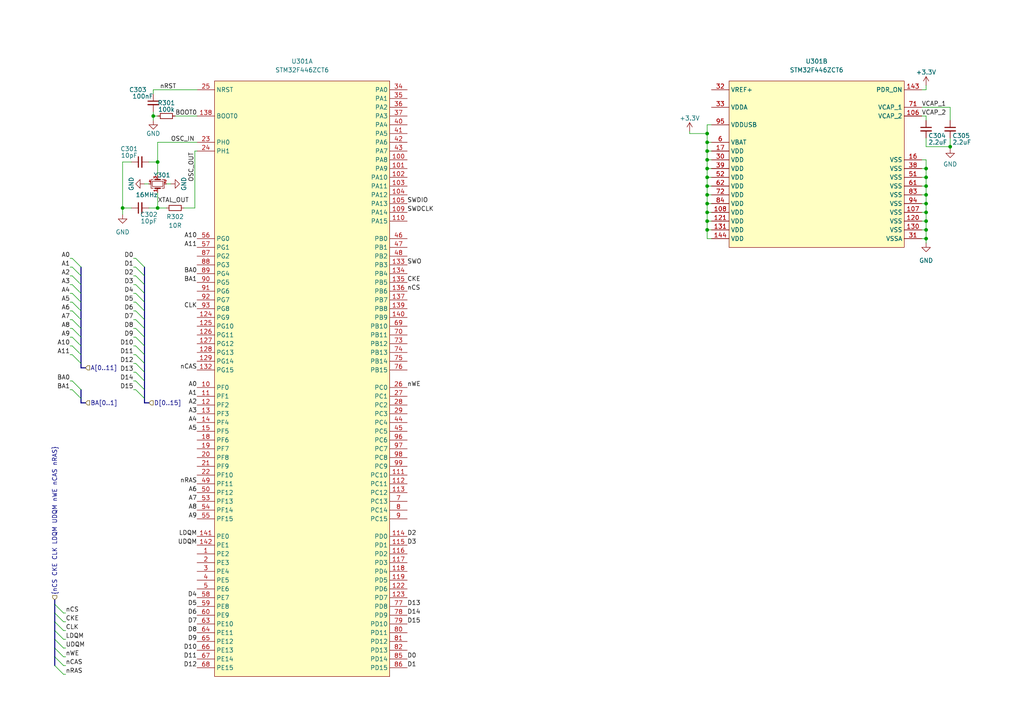
<source format=kicad_sch>
(kicad_sch (version 20211123) (generator eeschema)
  (paper "A4")
  (lib_symbols
    (symbol "Device:C_Small" (pin_numbers hide) (pin_names (offset 0.254) hide)
      (property "Reference" "C" (at 0.254 1.778 0))
      (property "Value" "C_Small" (at 0.254 -2.032 0))
      (symbol "C_Small_0_1"
        (polyline (pts (xy -1.524 -0.508) (xy 1.524 -0.508)) (stroke (width 0.3302)))
        (polyline (pts (xy -1.524 0.508) (xy 1.524 0.508)) (stroke (width 0.3048)))
      )
      (symbol "C_Small_1_1"
        (pin passive line (at 0 2.54 270) (length 2.032) (name "~") (number "1"))
        (pin passive line (at 0 -2.54 90) (length 2.032) (name "~") (number "2"))
      )
    )
    (symbol "Device:Crystal_GND24_Small" (pin_names (offset 1.016) hide)
      (property "Reference" "Y" (at 1.27 4.445 0))
      (property "Value" "Crystal_GND24_Small" (at 1.27 2.54 0))
      (symbol "Crystal_GND24_Small_0_1"
        (rectangle (start -0.762 -1.524) (end 0.762 1.524))
        (polyline (pts (xy -1.27 -0.762) (xy -1.27 0.762)) (stroke (width 0.381)))
        (polyline (pts (xy 1.27 -0.762) (xy 1.27 0.762)) (stroke (width 0.381)))
        (polyline (pts (xy -1.27 -1.27) (xy -1.27 -1.905) (xy 1.27 -1.905) (xy 1.27 -1.27)))
        (polyline (pts (xy -1.27 1.27) (xy -1.27 1.905) (xy 1.27 1.905) (xy 1.27 1.27)))
      )
      (symbol "Crystal_GND24_Small_1_1"
        (pin passive line (at -2.54 0 0) (length 1.27) (name "1") (number "1"))
        (pin passive line (at 0 -2.54 90) (length 0.635) (name "2") (number "2"))
        (pin passive line (at 2.54 0 180) (length 1.27) (name "3") (number "3"))
        (pin passive line (at 0 2.54 270) (length 0.635) (name "4") (number "4"))
      )
    )
    (symbol "Device:R_Small" (pin_numbers hide) (pin_names (offset 0.254) hide)
      (property "Reference" "R" (at 0.762 0.508 0))
      (property "Value" "R_Small" (at 0.762 -1.016 0))
      (symbol "R_Small_0_1"
        (rectangle (start -0.762 1.778) (end 0.762 -1.778) (stroke (width 0.2032)))
      )
      (symbol "R_Small_1_1"
        (pin passive line (at 0 2.54 270) (length 0.762) (name "~") (number "1"))
        (pin passive line (at 0 -2.54 90) (length 0.762) (name "~") (number "2"))
      )
    )
    (symbol "STM32F446ZCT6:STM32F446ZCTx"
      (property "Reference" "U?" (at 0 92.075 0))
      (property "Value" "STM32F446ZCT6" (at 0 89.535 0))
      (symbol "STM32F446ZCTx_1_1"
        (rectangle (start 25.4 86.36) (end -25.4 -86.36) (fill (type background)))
        (pin bidirectional line (at -30.48 -50.8 0) (length 5.08) (name "PE2") (number "1"))
        (pin bidirectional line (at -30.48 -2.54 0) (length 5.08) (name "PF0") (number "10"))
        (pin bidirectional line (at 30.48 63.5 180) (length 5.08) (name "PA8") (number "100"))
        (pin bidirectional line (at 30.48 60.96 180) (length 5.08) (name "PA9") (number "101"))
        (pin bidirectional line (at 30.48 58.42 180) (length 5.08) (name "PA10") (number "102"))
        (pin bidirectional line (at 30.48 55.88 180) (length 5.08) (name "PA11") (number "103"))
        (pin bidirectional line (at 30.48 53.34 180) (length 5.08) (name "PA12") (number "104"))
        (pin bidirectional line (at 30.48 50.8 180) (length 5.08) (name "PA13") (number "105"))
        (pin bidirectional line (at 30.48 48.26 180) (length 5.08) (name "PA14") (number "109"))
        (pin bidirectional line (at -30.48 -5.08 0) (length 5.08) (name "PF1") (number "11"))
        (pin bidirectional line (at 30.48 45.72 180) (length 5.08) (name "PA15") (number "110"))
        (pin bidirectional line (at 30.48 -27.94 180) (length 5.08) (name "PC10") (number "111"))
        (pin bidirectional line (at 30.48 -30.48 180) (length 5.08) (name "PC11") (number "112"))
        (pin bidirectional line (at 30.48 -33.02 180) (length 5.08) (name "PC12") (number "113"))
        (pin bidirectional line (at 30.48 -45.72 180) (length 5.08) (name "PD0") (number "114"))
        (pin bidirectional line (at 30.48 -48.26 180) (length 5.08) (name "PD1") (number "115"))
        (pin bidirectional line (at 30.48 -50.8 180) (length 5.08) (name "PD2") (number "116"))
        (pin bidirectional line (at 30.48 -53.34 180) (length 5.08) (name "PD3") (number "117"))
        (pin bidirectional line (at 30.48 -55.88 180) (length 5.08) (name "PD4") (number "118"))
        (pin bidirectional line (at 30.48 -58.42 180) (length 5.08) (name "PD5") (number "119"))
        (pin bidirectional line (at -30.48 -7.62 0) (length 5.08) (name "PF2") (number "12"))
        (pin bidirectional line (at 30.48 -60.96 180) (length 5.08) (name "PD6") (number "122"))
        (pin bidirectional line (at 30.48 -63.5 180) (length 5.08) (name "PD7") (number "123"))
        (pin bidirectional line (at -30.48 17.78 0) (length 5.08) (name "PG9") (number "124"))
        (pin bidirectional line (at -30.48 15.24 0) (length 5.08) (name "PG10") (number "125"))
        (pin bidirectional line (at -30.48 12.7 0) (length 5.08) (name "PG11") (number "126"))
        (pin bidirectional line (at -30.48 10.16 0) (length 5.08) (name "PG12") (number "127"))
        (pin bidirectional line (at -30.48 7.62 0) (length 5.08) (name "PG13") (number "128"))
        (pin bidirectional line (at -30.48 5.08 0) (length 5.08) (name "PG14") (number "129"))
        (pin bidirectional line (at -30.48 -10.16 0) (length 5.08) (name "PF3") (number "13"))
        (pin bidirectional line (at -30.48 2.54 0) (length 5.08) (name "PG15") (number "132"))
        (pin bidirectional line (at 30.48 33.02 180) (length 5.08) (name "PB3") (number "133"))
        (pin bidirectional line (at 30.48 30.48 180) (length 5.08) (name "PB4") (number "134"))
        (pin bidirectional line (at 30.48 27.94 180) (length 5.08) (name "PB5") (number "135"))
        (pin bidirectional line (at 30.48 25.4 180) (length 5.08) (name "PB6") (number "136"))
        (pin bidirectional line (at 30.48 22.86 180) (length 5.08) (name "PB7") (number "137"))
        (pin input line (at -30.48 76.2 0) (length 5.08) (name "BOOT0") (number "138"))
        (pin bidirectional line (at 30.48 20.32 180) (length 5.08) (name "PB8") (number "139"))
        (pin bidirectional line (at -30.48 -12.7 0) (length 5.08) (name "PF4") (number "14"))
        (pin bidirectional line (at 30.48 17.78 180) (length 5.08) (name "PB9") (number "140"))
        (pin bidirectional line (at -30.48 -45.72 0) (length 5.08) (name "PE0") (number "141"))
        (pin bidirectional line (at -30.48 -48.26 0) (length 5.08) (name "PE1") (number "142"))
        (pin bidirectional line (at -30.48 -15.24 0) (length 5.08) (name "PF5") (number "15"))
        (pin bidirectional line (at -30.48 -17.78 0) (length 5.08) (name "PF6") (number "18"))
        (pin bidirectional line (at -30.48 -20.32 0) (length 5.08) (name "PF7") (number "19"))
        (pin bidirectional line (at -30.48 -53.34 0) (length 5.08) (name "PE3") (number "2"))
        (pin bidirectional line (at -30.48 -22.86 0) (length 5.08) (name "PF8") (number "20"))
        (pin bidirectional line (at -30.48 -25.4 0) (length 5.08) (name "PF9") (number "21"))
        (pin bidirectional line (at -30.48 -27.94 0) (length 5.08) (name "PF10") (number "22"))
        (pin input line (at -30.48 68.58 0) (length 5.08) (name "PH0") (number "23"))
        (pin input line (at -30.48 66.04 0) (length 5.08) (name "PH1") (number "24"))
        (pin input line (at -30.48 83.82 0) (length 5.08) (name "NRST") (number "25"))
        (pin bidirectional line (at 30.48 -2.54 180) (length 5.08) (name "PC0") (number "26"))
        (pin bidirectional line (at 30.48 -5.08 180) (length 5.08) (name "PC1") (number "27"))
        (pin bidirectional line (at 30.48 -7.62 180) (length 5.08) (name "PC2") (number "28"))
        (pin bidirectional line (at 30.48 -10.16 180) (length 5.08) (name "PC3") (number "29"))
        (pin bidirectional line (at -30.48 -55.88 0) (length 5.08) (name "PE4") (number "3"))
        (pin bidirectional line (at 30.48 83.82 180) (length 5.08) (name "PA0") (number "34"))
        (pin bidirectional line (at 30.48 81.28 180) (length 5.08) (name "PA1") (number "35"))
        (pin bidirectional line (at 30.48 78.74 180) (length 5.08) (name "PA2") (number "36"))
        (pin bidirectional line (at 30.48 76.2 180) (length 5.08) (name "PA3") (number "37"))
        (pin bidirectional line (at -30.48 -58.42 0) (length 5.08) (name "PE5") (number "4"))
        (pin bidirectional line (at 30.48 73.66 180) (length 5.08) (name "PA4") (number "40"))
        (pin bidirectional line (at 30.48 71.12 180) (length 5.08) (name "PA5") (number "41"))
        (pin bidirectional line (at 30.48 68.58 180) (length 5.08) (name "PA6") (number "42"))
        (pin bidirectional line (at 30.48 66.04 180) (length 5.08) (name "PA7") (number "43"))
        (pin bidirectional line (at 30.48 -12.7 180) (length 5.08) (name "PC4") (number "44"))
        (pin bidirectional line (at 30.48 -15.24 180) (length 5.08) (name "PC5") (number "45"))
        (pin bidirectional line (at 30.48 40.64 180) (length 5.08) (name "PB0") (number "46"))
        (pin bidirectional line (at 30.48 38.1 180) (length 5.08) (name "PB1") (number "47"))
        (pin bidirectional line (at 30.48 35.56 180) (length 5.08) (name "PB2") (number "48"))
        (pin bidirectional line (at -30.48 -30.48 0) (length 5.08) (name "PF11") (number "49"))
        (pin bidirectional line (at -30.48 -60.96 0) (length 5.08) (name "PE6") (number "5"))
        (pin bidirectional line (at -30.48 -33.02 0) (length 5.08) (name "PF12") (number "50"))
        (pin bidirectional line (at -30.48 -35.56 0) (length 5.08) (name "PF13") (number "53"))
        (pin bidirectional line (at -30.48 -38.1 0) (length 5.08) (name "PF14") (number "54"))
        (pin bidirectional line (at -30.48 -40.64 0) (length 5.08) (name "PF15") (number "55"))
        (pin bidirectional line (at -30.48 40.64 0) (length 5.08) (name "PG0") (number "56"))
        (pin bidirectional line (at -30.48 38.1 0) (length 5.08) (name "PG1") (number "57"))
        (pin bidirectional line (at -30.48 -63.5 0) (length 5.08) (name "PE7") (number "58"))
        (pin bidirectional line (at -30.48 -66.04 0) (length 5.08) (name "PE8") (number "59"))
        (pin bidirectional line (at -30.48 -68.58 0) (length 5.08) (name "PE9") (number "60"))
        (pin bidirectional line (at -30.48 -71.12 0) (length 5.08) (name "PE10") (number "63"))
        (pin bidirectional line (at -30.48 -73.66 0) (length 5.08) (name "PE11") (number "64"))
        (pin bidirectional line (at -30.48 -76.2 0) (length 5.08) (name "PE12") (number "65"))
        (pin bidirectional line (at -30.48 -78.74 0) (length 5.08) (name "PE13") (number "66"))
        (pin bidirectional line (at -30.48 -81.28 0) (length 5.08) (name "PE14") (number "67"))
        (pin bidirectional line (at -30.48 -83.82 0) (length 5.08) (name "PE15") (number "68"))
        (pin bidirectional line (at 30.48 15.24 180) (length 5.08) (name "PB10") (number "69"))
        (pin bidirectional line (at 30.48 -35.56 180) (length 5.08) (name "PC13") (number "7"))
        (pin bidirectional line (at 30.48 12.7 180) (length 5.08) (name "PB11") (number "70"))
        (pin bidirectional line (at 30.48 10.16 180) (length 5.08) (name "PB12") (number "73"))
        (pin bidirectional line (at 30.48 7.62 180) (length 5.08) (name "PB13") (number "74"))
        (pin bidirectional line (at 30.48 5.08 180) (length 5.08) (name "PB14") (number "75"))
        (pin bidirectional line (at 30.48 2.54 180) (length 5.08) (name "PB15") (number "76"))
        (pin bidirectional line (at 30.48 -66.04 180) (length 5.08) (name "PD8") (number "77"))
        (pin bidirectional line (at 30.48 -68.58 180) (length 5.08) (name "PD9") (number "78"))
        (pin bidirectional line (at 30.48 -71.12 180) (length 5.08) (name "PD10") (number "79"))
        (pin bidirectional line (at 30.48 -38.1 180) (length 5.08) (name "PC14") (number "8"))
        (pin bidirectional line (at 30.48 -73.66 180) (length 5.08) (name "PD11") (number "80"))
        (pin bidirectional line (at 30.48 -76.2 180) (length 5.08) (name "PD12") (number "81"))
        (pin bidirectional line (at 30.48 -78.74 180) (length 5.08) (name "PD13") (number "82"))
        (pin bidirectional line (at 30.48 -81.28 180) (length 5.08) (name "PD14") (number "85"))
        (pin bidirectional line (at 30.48 -83.82 180) (length 5.08) (name "PD15") (number "86"))
        (pin bidirectional line (at -30.48 35.56 0) (length 5.08) (name "PG2") (number "87"))
        (pin bidirectional line (at -30.48 33.02 0) (length 5.08) (name "PG3") (number "88"))
        (pin bidirectional line (at -30.48 30.48 0) (length 5.08) (name "PG4") (number "89"))
        (pin bidirectional line (at 30.48 -40.64 180) (length 5.08) (name "PC15") (number "9"))
        (pin bidirectional line (at -30.48 27.94 0) (length 5.08) (name "PG5") (number "90"))
        (pin bidirectional line (at -30.48 25.4 0) (length 5.08) (name "PG6") (number "91"))
        (pin bidirectional line (at -30.48 22.86 0) (length 5.08) (name "PG7") (number "92"))
        (pin bidirectional line (at -30.48 20.32 0) (length 5.08) (name "PG8") (number "93"))
        (pin bidirectional line (at 30.48 -17.78 180) (length 5.08) (name "PC6") (number "96"))
        (pin bidirectional line (at 30.48 -20.32 180) (length 5.08) (name "PC7") (number "97"))
        (pin bidirectional line (at 30.48 -22.86 180) (length 5.08) (name "PC8") (number "98"))
        (pin bidirectional line (at 30.48 -25.4 180) (length 5.08) (name "PC9") (number "99"))
      )
      (symbol "STM32F446ZCTx_2_1"
        (rectangle (start -25.4 26.67) (end 25.4 -21.59) (fill (type background)))
        (pin power_in line (at 30.48 17.78 180) (length 5.08) (name "VCAP_2") (number "106"))
        (pin power_in line (at 30.48 -11.43 180) (length 5.08) (name "VSS") (number "107"))
        (pin power_in line (at -30.48 -11.43 0) (length 5.08) (name "VDD") (number "108"))
        (pin power_in line (at 30.48 -13.97 180) (length 5.08) (name "VSS") (number "120"))
        (pin power_in line (at -30.48 -13.97 0) (length 5.08) (name "VDD") (number "121"))
        (pin power_in line (at 30.48 -16.51 180) (length 5.08) (name "VSS") (number "130"))
        (pin power_in line (at -30.48 -16.51 0) (length 5.08) (name "VDD") (number "131"))
        (pin input line (at 30.48 25.4 180) (length 5.08) (name "PDR_ON") (number "143"))
        (pin power_in line (at -30.48 -19.05 0) (length 5.08) (name "VDD") (number "144"))
        (pin power_in line (at 30.48 3.81 180) (length 5.08) (name "VSS") (number "16"))
        (pin power_in line (at -30.48 6.35 0) (length 5.08) (name "VDD") (number "17"))
        (pin power_in line (at -30.48 3.81 0) (length 5.08) (name "VDD") (number "30"))
        (pin power_in line (at 30.48 -19.05 180) (length 5.08) (name "VSSA") (number "31"))
        (pin power_in line (at -30.48 24.13 0) (length 5.08) (name "VREF+") (number "32"))
        (pin power_in line (at -30.48 19.05 0) (length 5.08) (name "VDDA") (number "33"))
        (pin power_in line (at 30.48 1.27 180) (length 5.08) (name "VSS") (number "38"))
        (pin power_in line (at -30.48 1.27 0) (length 5.08) (name "VDD") (number "39"))
        (pin power_in line (at 30.48 -1.27 180) (length 5.08) (name "VSS") (number "51"))
        (pin power_in line (at -30.48 -1.27 0) (length 5.08) (name "VDD") (number "52"))
        (pin power_in line (at -30.48 8.89 0) (length 5.08) (name "VBAT") (number "6"))
        (pin power_in line (at 30.48 -3.81 180) (length 5.08) (name "VSS") (number "61"))
        (pin power_in line (at -30.48 -3.81 0) (length 5.08) (name "VDD") (number "62"))
        (pin power_in line (at 30.48 20.32 180) (length 5.08) (name "VCAP_1") (number "71"))
        (pin power_in line (at -30.48 -6.35 0) (length 5.08) (name "VDD") (number "72"))
        (pin power_in line (at 30.48 -6.35 180) (length 5.08) (name "VSS") (number "83"))
        (pin power_in line (at -30.48 -8.89 0) (length 5.08) (name "VDD") (number "84"))
        (pin power_in line (at 30.48 -8.89 180) (length 5.08) (name "VSS") (number "94"))
        (pin power_in line (at -30.48 13.97 0) (length 5.08) (name "VDDUSB") (number "95"))
      )
    )
    (symbol "STM32F446ZCTx_1"
      (property "Reference" "U?" (at 0 32.385 0))
      (property "Value" "STM32F446ZCTx_1" (at 0 29.845 0))
      (symbol "STM32F446ZCTx_1_1_1"
        (rectangle (start 25.4 86.36) (end -25.4 -86.36) (fill (type background)))
        (pin bidirectional line (at -30.48 -50.8 0) (length 5.08) (name "PE2") (number "1"))
        (pin bidirectional line (at -30.48 -2.54 0) (length 5.08) (name "PF0") (number "10"))
        (pin bidirectional line (at 30.48 63.5 180) (length 5.08) (name "PA8") (number "100"))
        (pin bidirectional line (at 30.48 60.96 180) (length 5.08) (name "PA9") (number "101"))
        (pin bidirectional line (at 30.48 58.42 180) (length 5.08) (name "PA10") (number "102"))
        (pin bidirectional line (at 30.48 55.88 180) (length 5.08) (name "PA11") (number "103"))
        (pin bidirectional line (at 30.48 53.34 180) (length 5.08) (name "PA12") (number "104"))
        (pin bidirectional line (at 30.48 50.8 180) (length 5.08) (name "PA13") (number "105"))
        (pin bidirectional line (at 30.48 48.26 180) (length 5.08) (name "PA14") (number "109"))
        (pin bidirectional line (at -30.48 -5.08 0) (length 5.08) (name "PF1") (number "11"))
        (pin bidirectional line (at 30.48 45.72 180) (length 5.08) (name "PA15") (number "110"))
        (pin bidirectional line (at 30.48 -27.94 180) (length 5.08) (name "PC10") (number "111"))
        (pin bidirectional line (at 30.48 -30.48 180) (length 5.08) (name "PC11") (number "112"))
        (pin bidirectional line (at 30.48 -33.02 180) (length 5.08) (name "PC12") (number "113"))
        (pin bidirectional line (at 30.48 -45.72 180) (length 5.08) (name "PD0") (number "114"))
        (pin bidirectional line (at 30.48 -48.26 180) (length 5.08) (name "PD1") (number "115"))
        (pin bidirectional line (at 30.48 -50.8 180) (length 5.08) (name "PD2") (number "116"))
        (pin bidirectional line (at 30.48 -53.34 180) (length 5.08) (name "PD3") (number "117"))
        (pin bidirectional line (at 30.48 -55.88 180) (length 5.08) (name "PD4") (number "118"))
        (pin bidirectional line (at 30.48 -58.42 180) (length 5.08) (name "PD5") (number "119"))
        (pin bidirectional line (at -30.48 -7.62 0) (length 5.08) (name "PF2") (number "12"))
        (pin bidirectional line (at 30.48 -60.96 180) (length 5.08) (name "PD6") (number "122"))
        (pin bidirectional line (at 30.48 -63.5 180) (length 5.08) (name "PD7") (number "123"))
        (pin bidirectional line (at -30.48 17.78 0) (length 5.08) (name "PG9") (number "124"))
        (pin bidirectional line (at -30.48 15.24 0) (length 5.08) (name "PG10") (number "125"))
        (pin bidirectional line (at -30.48 12.7 0) (length 5.08) (name "PG11") (number "126"))
        (pin bidirectional line (at -30.48 10.16 0) (length 5.08) (name "PG12") (number "127"))
        (pin bidirectional line (at -30.48 7.62 0) (length 5.08) (name "PG13") (number "128"))
        (pin bidirectional line (at -30.48 5.08 0) (length 5.08) (name "PG14") (number "129"))
        (pin bidirectional line (at -30.48 -10.16 0) (length 5.08) (name "PF3") (number "13"))
        (pin bidirectional line (at -30.48 2.54 0) (length 5.08) (name "PG15") (number "132"))
        (pin bidirectional line (at 30.48 33.02 180) (length 5.08) (name "PB3") (number "133"))
        (pin bidirectional line (at 30.48 30.48 180) (length 5.08) (name "PB4") (number "134"))
        (pin bidirectional line (at 30.48 27.94 180) (length 5.08) (name "PB5") (number "135"))
        (pin bidirectional line (at 30.48 25.4 180) (length 5.08) (name "PB6") (number "136"))
        (pin bidirectional line (at 30.48 22.86 180) (length 5.08) (name "PB7") (number "137"))
        (pin input line (at -30.48 76.2 0) (length 5.08) (name "BOOT0") (number "138"))
        (pin bidirectional line (at 30.48 20.32 180) (length 5.08) (name "PB8") (number "139"))
        (pin bidirectional line (at -30.48 -12.7 0) (length 5.08) (name "PF4") (number "14"))
        (pin bidirectional line (at 30.48 17.78 180) (length 5.08) (name "PB9") (number "140"))
        (pin bidirectional line (at -30.48 -45.72 0) (length 5.08) (name "PE0") (number "141"))
        (pin bidirectional line (at -30.48 -48.26 0) (length 5.08) (name "PE1") (number "142"))
        (pin bidirectional line (at -30.48 -15.24 0) (length 5.08) (name "PF5") (number "15"))
        (pin bidirectional line (at -30.48 -17.78 0) (length 5.08) (name "PF6") (number "18"))
        (pin bidirectional line (at -30.48 -20.32 0) (length 5.08) (name "PF7") (number "19"))
        (pin bidirectional line (at -30.48 -53.34 0) (length 5.08) (name "PE3") (number "2"))
        (pin bidirectional line (at -30.48 -22.86 0) (length 5.08) (name "PF8") (number "20"))
        (pin bidirectional line (at -30.48 -25.4 0) (length 5.08) (name "PF9") (number "21"))
        (pin bidirectional line (at -30.48 -27.94 0) (length 5.08) (name "PF10") (number "22"))
        (pin input line (at -30.48 48.26 0) (length 5.08) (name "PH0") (number "23"))
        (pin input line (at -30.48 45.72 0) (length 5.08) (name "PH1") (number "24"))
        (pin input line (at -30.48 83.82 0) (length 5.08) (name "NRST") (number "25"))
        (pin bidirectional line (at 30.48 -2.54 180) (length 5.08) (name "PC0") (number "26"))
        (pin bidirectional line (at 30.48 -5.08 180) (length 5.08) (name "PC1") (number "27"))
        (pin bidirectional line (at 30.48 -7.62 180) (length 5.08) (name "PC2") (number "28"))
        (pin bidirectional line (at 30.48 -10.16 180) (length 5.08) (name "PC3") (number "29"))
        (pin bidirectional line (at -30.48 -55.88 0) (length 5.08) (name "PE4") (number "3"))
        (pin bidirectional line (at 30.48 83.82 180) (length 5.08) (name "PA0") (number "34"))
        (pin bidirectional line (at 30.48 81.28 180) (length 5.08) (name "PA1") (number "35"))
        (pin bidirectional line (at 30.48 78.74 180) (length 5.08) (name "PA2") (number "36"))
        (pin bidirectional line (at 30.48 76.2 180) (length 5.08) (name "PA3") (number "37"))
        (pin bidirectional line (at -30.48 -58.42 0) (length 5.08) (name "PE5") (number "4"))
        (pin bidirectional line (at 30.48 73.66 180) (length 5.08) (name "PA4") (number "40"))
        (pin bidirectional line (at 30.48 71.12 180) (length 5.08) (name "PA5") (number "41"))
        (pin bidirectional line (at 30.48 68.58 180) (length 5.08) (name "PA6") (number "42"))
        (pin bidirectional line (at 30.48 66.04 180) (length 5.08) (name "PA7") (number "43"))
        (pin bidirectional line (at 30.48 -12.7 180) (length 5.08) (name "PC4") (number "44"))
        (pin bidirectional line (at 30.48 -15.24 180) (length 5.08) (name "PC5") (number "45"))
        (pin bidirectional line (at 30.48 40.64 180) (length 5.08) (name "PB0") (number "46"))
        (pin bidirectional line (at 30.48 38.1 180) (length 5.08) (name "PB1") (number "47"))
        (pin bidirectional line (at 30.48 35.56 180) (length 5.08) (name "PB2") (number "48"))
        (pin bidirectional line (at -30.48 -30.48 0) (length 5.08) (name "PF11") (number "49"))
        (pin bidirectional line (at -30.48 -60.96 0) (length 5.08) (name "PE6") (number "5"))
        (pin bidirectional line (at -30.48 -33.02 0) (length 5.08) (name "PF12") (number "50"))
        (pin bidirectional line (at -30.48 -35.56 0) (length 5.08) (name "PF13") (number "53"))
        (pin bidirectional line (at -30.48 -38.1 0) (length 5.08) (name "PF14") (number "54"))
        (pin bidirectional line (at -30.48 -40.64 0) (length 5.08) (name "PF15") (number "55"))
        (pin bidirectional line (at -30.48 40.64 0) (length 5.08) (name "PG0") (number "56"))
        (pin bidirectional line (at -30.48 38.1 0) (length 5.08) (name "PG1") (number "57"))
        (pin bidirectional line (at -30.48 -63.5 0) (length 5.08) (name "PE7") (number "58"))
        (pin bidirectional line (at -30.48 -66.04 0) (length 5.08) (name "PE8") (number "59"))
        (pin bidirectional line (at -30.48 -68.58 0) (length 5.08) (name "PE9") (number "60"))
        (pin bidirectional line (at -30.48 -71.12 0) (length 5.08) (name "PE10") (number "63"))
        (pin bidirectional line (at -30.48 -73.66 0) (length 5.08) (name "PE11") (number "64"))
        (pin bidirectional line (at -30.48 -76.2 0) (length 5.08) (name "PE12") (number "65"))
        (pin bidirectional line (at -30.48 -78.74 0) (length 5.08) (name "PE13") (number "66"))
        (pin bidirectional line (at -30.48 -81.28 0) (length 5.08) (name "PE14") (number "67"))
        (pin bidirectional line (at -30.48 -83.82 0) (length 5.08) (name "PE15") (number "68"))
        (pin bidirectional line (at 30.48 15.24 180) (length 5.08) (name "PB10") (number "69"))
        (pin bidirectional line (at 30.48 -35.56 180) (length 5.08) (name "PC13") (number "7"))
        (pin bidirectional line (at 30.48 12.7 180) (length 5.08) (name "PB11") (number "70"))
        (pin bidirectional line (at 30.48 10.16 180) (length 5.08) (name "PB12") (number "73"))
        (pin bidirectional line (at 30.48 7.62 180) (length 5.08) (name "PB13") (number "74"))
        (pin bidirectional line (at 30.48 5.08 180) (length 5.08) (name "PB14") (number "75"))
        (pin bidirectional line (at 30.48 2.54 180) (length 5.08) (name "PB15") (number "76"))
        (pin bidirectional line (at 30.48 -66.04 180) (length 5.08) (name "PD8") (number "77"))
        (pin bidirectional line (at 30.48 -68.58 180) (length 5.08) (name "PD9") (number "78"))
        (pin bidirectional line (at 30.48 -71.12 180) (length 5.08) (name "PD10") (number "79"))
        (pin bidirectional line (at 30.48 -38.1 180) (length 5.08) (name "PC14") (number "8"))
        (pin bidirectional line (at 30.48 -73.66 180) (length 5.08) (name "PD11") (number "80"))
        (pin bidirectional line (at 30.48 -76.2 180) (length 5.08) (name "PD12") (number "81"))
        (pin bidirectional line (at 30.48 -78.74 180) (length 5.08) (name "PD13") (number "82"))
        (pin bidirectional line (at 30.48 -81.28 180) (length 5.08) (name "PD14") (number "85"))
        (pin bidirectional line (at 30.48 -83.82 180) (length 5.08) (name "PD15") (number "86"))
        (pin bidirectional line (at -30.48 35.56 0) (length 5.08) (name "PG2") (number "87"))
        (pin bidirectional line (at -30.48 33.02 0) (length 5.08) (name "PG3") (number "88"))
        (pin bidirectional line (at -30.48 30.48 0) (length 5.08) (name "PG4") (number "89"))
        (pin bidirectional line (at 30.48 -40.64 180) (length 5.08) (name "PC15") (number "9"))
        (pin bidirectional line (at -30.48 27.94 0) (length 5.08) (name "PG5") (number "90"))
        (pin bidirectional line (at -30.48 25.4 0) (length 5.08) (name "PG6") (number "91"))
        (pin bidirectional line (at -30.48 22.86 0) (length 5.08) (name "PG7") (number "92"))
        (pin bidirectional line (at -30.48 20.32 0) (length 5.08) (name "PG8") (number "93"))
        (pin bidirectional line (at 30.48 -17.78 180) (length 5.08) (name "PC6") (number "96"))
        (pin bidirectional line (at 30.48 -20.32 180) (length 5.08) (name "PC7") (number "97"))
        (pin bidirectional line (at 30.48 -22.86 180) (length 5.08) (name "PC8") (number "98"))
        (pin bidirectional line (at 30.48 -25.4 180) (length 5.08) (name "PC9") (number "99"))
      )
      (symbol "STM32F446ZCTx_1_2_1"
        (rectangle (start -25.4 26.67) (end 25.4 -21.59) (fill (type background)))
        (pin power_in line (at 30.48 16.51 180) (length 5.08) (name "VCAP_2") (number "106"))
        (pin power_in line (at 30.48 -11.43 180) (length 5.08) (name "VSS") (number "107"))
        (pin power_in line (at -30.48 -11.43 0) (length 5.08) (name "VDD") (number "108"))
        (pin power_in line (at 30.48 -13.97 180) (length 5.08) (name "VSS") (number "120"))
        (pin power_in line (at -30.48 -13.97 0) (length 5.08) (name "VDD") (number "121"))
        (pin power_in line (at 30.48 -16.51 180) (length 5.08) (name "VSS") (number "130"))
        (pin power_in line (at -30.48 -16.51 0) (length 5.08) (name "VDD") (number "131"))
        (pin input line (at 30.48 24.13 180) (length 5.08) (name "PDR_ON") (number "143"))
        (pin power_in line (at -30.48 -19.05 0) (length 5.08) (name "VDD") (number "144"))
        (pin power_in line (at 30.48 3.81 180) (length 5.08) (name "VSS") (number "16"))
        (pin power_in line (at -30.48 6.35 0) (length 5.08) (name "VDD") (number "17"))
        (pin power_in line (at -30.48 3.81 0) (length 5.08) (name "VDD") (number "30"))
        (pin power_in line (at 30.48 -19.05 180) (length 5.08) (name "VSSA") (number "31"))
        (pin power_in line (at -30.48 24.13 0) (length 5.08) (name "VREF+") (number "32"))
        (pin power_in line (at -30.48 19.05 0) (length 5.08) (name "VDDA") (number "33"))
        (pin power_in line (at 30.48 1.27 180) (length 5.08) (name "VSS") (number "38"))
        (pin power_in line (at -30.48 1.27 0) (length 5.08) (name "VDD") (number "39"))
        (pin power_in line (at 30.48 -1.27 180) (length 5.08) (name "VSS") (number "51"))
        (pin power_in line (at -30.48 -1.27 0) (length 5.08) (name "VDD") (number "52"))
        (pin power_in line (at -30.48 8.89 0) (length 5.08) (name "VBAT") (number "6"))
        (pin power_in line (at 30.48 -3.81 180) (length 5.08) (name "VSS") (number "61"))
        (pin power_in line (at -30.48 -3.81 0) (length 5.08) (name "VDD") (number "62"))
        (pin power_in line (at 30.48 19.05 180) (length 5.08) (name "VCAP_1") (number "71"))
        (pin power_in line (at -30.48 -6.35 0) (length 5.08) (name "VDD") (number "72"))
        (pin power_in line (at 30.48 -6.35 180) (length 5.08) (name "VSS") (number "83"))
        (pin power_in line (at -30.48 -8.89 0) (length 5.08) (name "VDD") (number "84"))
        (pin power_in line (at 30.48 -8.89 180) (length 5.08) (name "VSS") (number "94"))
        (pin power_in line (at -30.48 13.97 0) (length 5.08) (name "VDDUSB") (number "95"))
      )
    )
    (symbol "power:+3.3V" (power) (pin_names (offset 0))
      (property "Value" "+3.3V" (at 0 3.556 0))
      (symbol "+3.3V_0_1"
        (polyline (pts (xy -0.762 1.27) (xy 0 2.54)))
        (polyline (pts (xy 0 0) (xy 0 2.54)))
        (polyline (pts (xy 0 2.54) (xy 0.762 1.27)))
      )
      (symbol "+3.3V_1_1"
        (pin power_in line (at 0 0 90) (length 0) hide (name "+3.3V") (number "1"))
      )
    )
    (symbol "power:GND" (power) (pin_names (offset 0))
      (property "Value" "GND" (at 0 -3.81 0))
      (symbol "GND_0_1"
        (polyline (pts (xy 0 0) (xy 0 -1.27) (xy 1.27 -1.27) (xy 0 -2.54) (xy -1.27 -1.27) (xy 0 -1.27)))
      )
      (symbol "GND_1_1"
        (pin power_in line (at 0 0 270) (length 0) hide (name "GND") (number "1"))
      )
    )
  )
  (junction (at 205.105 66.675))
  (junction (at 268.605 61.595))
  (junction (at 205.105 46.355))
  (junction (at 275.59 42.545))
  (junction (at 268.605 69.215))
  (junction (at 44.45 33.655))
  (junction (at 205.105 48.895))
  (junction (at 45.72 60.325))
  (junction (at 268.605 56.515))
  (junction (at 205.105 53.975))
  (junction (at 268.605 66.675))
  (junction (at 205.105 41.275))
  (junction (at 205.105 51.435))
  (junction (at 268.605 59.055))
  (junction (at 205.105 61.595))
  (junction (at 268.605 53.975))
  (junction (at 268.605 48.895))
  (junction (at 35.56 60.325))
  (junction (at 205.105 43.815))
  (junction (at 205.105 38.735))
  (junction (at 268.605 64.135))
  (junction (at 205.105 56.515))
  (junction (at 205.105 64.135))
  (junction (at 45.72 46.99))
  (junction (at 268.605 51.435))
  (junction (at 205.105 59.055))
  (bus_entry (at 15.875 187.96) (size 2.54 2.54))
  (bus_entry (at 15.875 185.42) (size 2.54 2.54))
  (bus_entry (at 20.955 74.93) (size 2.54 2.54))
  (bus_entry (at 20.955 82.55) (size 2.54 2.54))
  (bus_entry (at 20.955 85.09) (size 2.54 2.54))
  (bus_entry (at 20.955 87.63) (size 2.54 2.54))
  (bus_entry (at 20.955 77.47) (size 2.54 2.54))
  (bus_entry (at 20.955 80.01) (size 2.54 2.54))
  (bus_entry (at 20.955 113.03) (size 2.54 2.54))
  (bus_entry (at 20.955 110.49) (size 2.54 2.54))
  (bus_entry (at 15.875 193.04) (size 2.54 2.54))
  (bus_entry (at 15.875 182.88) (size 2.54 2.54))
  (bus_entry (at 20.955 90.17) (size 2.54 2.54))
  (bus_entry (at 20.955 92.71) (size 2.54 2.54))
  (bus_entry (at 20.955 97.79) (size 2.54 2.54))
  (bus_entry (at 20.955 95.25) (size 2.54 2.54))
  (bus_entry (at 20.955 102.87) (size 2.54 2.54))
  (bus_entry (at 20.955 100.33) (size 2.54 2.54))
  (bus_entry (at 15.875 190.5) (size 2.54 2.54))
  (bus_entry (at 15.875 180.34) (size 2.54 2.54))
  (bus_entry (at 15.875 175.26) (size 2.54 2.54))
  (bus_entry (at 15.875 177.8) (size 2.54 2.54))
  (bus_entry (at 39.37 90.17) (size 2.54 2.54))
  (bus_entry (at 39.37 87.63) (size 2.54 2.54))
  (bus_entry (at 39.37 77.47) (size 2.54 2.54))
  (bus_entry (at 39.37 80.01) (size 2.54 2.54))
  (bus_entry (at 39.37 74.93) (size 2.54 2.54))
  (bus_entry (at 39.37 85.09) (size 2.54 2.54))
  (bus_entry (at 39.37 82.55) (size 2.54 2.54))
  (bus_entry (at 39.37 100.33) (size 2.54 2.54))
  (bus_entry (at 39.37 97.79) (size 2.54 2.54))
  (bus_entry (at 39.37 95.25) (size 2.54 2.54))
  (bus_entry (at 39.37 92.71) (size 2.54 2.54))
  (bus_entry (at 39.37 107.95) (size 2.54 2.54))
  (bus_entry (at 39.37 102.87) (size 2.54 2.54))
  (bus_entry (at 39.37 105.41) (size 2.54 2.54))
  (bus_entry (at 39.37 110.49) (size 2.54 2.54))
  (bus_entry (at 39.37 113.03) (size 2.54 2.54))
  (wire (pts (xy 267.335 59.055) (xy 268.605 59.055)))
  (wire (pts (xy 268.605 69.215) (xy 268.605 66.675)))
  (bus (pts (xy 41.91 110.49) (xy 41.91 113.03)))
  (wire (pts (xy 267.335 48.895) (xy 268.605 48.895)))
  (wire (pts (xy 20.32 92.71) (xy 20.955 92.71)))
  (wire (pts (xy 268.605 61.595) (xy 268.605 59.055)))
  (wire (pts (xy 35.56 60.325) (xy 35.56 62.23)))
  (wire (pts (xy 205.105 59.055) (xy 205.105 56.515)))
  (bus (pts (xy 23.495 116.84) (xy 24.765 116.84)))
  (wire (pts (xy 205.105 46.355) (xy 205.105 43.815)))
  (wire (pts (xy 56.515 43.815) (xy 56.515 60.325)))
  (bus (pts (xy 23.495 77.47) (xy 23.495 80.01)))
  (wire (pts (xy 267.335 66.675) (xy 268.605 66.675)))
  (wire (pts (xy 20.32 102.87) (xy 20.955 102.87)))
  (wire (pts (xy 35.56 60.325) (xy 38.1 60.325)))
  (wire (pts (xy 38.735 107.95) (xy 39.37 107.95)))
  (bus (pts (xy 23.495 113.03) (xy 23.495 115.57)))
  (wire (pts (xy 43.18 60.325) (xy 45.72 60.325)))
  (wire (pts (xy 205.105 41.275) (xy 205.105 43.815)))
  (wire (pts (xy 18.415 185.42) (xy 19.05 185.42)))
  (bus (pts (xy 15.875 175.26) (xy 15.875 173.99)))
  (wire (pts (xy 18.415 180.34) (xy 19.05 180.34)))
  (wire (pts (xy 18.415 195.58) (xy 19.05 195.58)))
  (wire (pts (xy 20.32 100.33) (xy 20.955 100.33)))
  (bus (pts (xy 23.495 80.01) (xy 23.495 82.55)))
  (bus (pts (xy 15.875 185.42) (xy 15.875 182.88)))
  (wire (pts (xy 38.735 74.93) (xy 39.37 74.93)))
  (wire (pts (xy 45.72 41.275) (xy 45.72 46.99)))
  (bus (pts (xy 41.91 80.01) (xy 41.91 82.55)))
  (wire (pts (xy 205.105 51.435) (xy 205.105 48.895)))
  (wire (pts (xy 268.605 53.975) (xy 268.605 51.435)))
  (wire (pts (xy 56.515 60.325) (xy 53.34 60.325)))
  (wire (pts (xy 44.45 27.305) (xy 44.45 26.035)))
  (wire (pts (xy 205.105 43.815) (xy 206.375 43.815)))
  (wire (pts (xy 38.735 95.25) (xy 39.37 95.25)))
  (wire (pts (xy 200.025 38.735) (xy 200.025 38.1)))
  (wire (pts (xy 20.32 80.01) (xy 20.955 80.01)))
  (wire (pts (xy 20.32 74.93) (xy 20.955 74.93)))
  (wire (pts (xy 205.105 38.735) (xy 205.105 41.275)))
  (wire (pts (xy 275.59 42.545) (xy 275.59 40.005)))
  (wire (pts (xy 267.335 51.435) (xy 268.605 51.435)))
  (bus (pts (xy 41.91 85.09) (xy 41.91 87.63)))
  (wire (pts (xy 205.105 66.675) (xy 205.105 64.135)))
  (bus (pts (xy 23.495 105.41) (xy 23.495 106.68)))
  (bus (pts (xy 41.91 107.95) (xy 41.91 110.49)))
  (wire (pts (xy 267.335 61.595) (xy 268.605 61.595)))
  (wire (pts (xy 268.605 26.035) (xy 267.335 26.035)))
  (bus (pts (xy 41.91 95.25) (xy 41.91 97.79)))
  (bus (pts (xy 23.495 87.63) (xy 23.495 90.17)))
  (wire (pts (xy 38.735 82.55) (xy 39.37 82.55)))
  (bus (pts (xy 23.495 115.57) (xy 23.495 116.84)))
  (wire (pts (xy 20.32 85.09) (xy 20.955 85.09)))
  (wire (pts (xy 20.32 90.17) (xy 20.955 90.17)))
  (wire (pts (xy 38.735 87.63) (xy 39.37 87.63)))
  (wire (pts (xy 18.415 177.8) (xy 19.05 177.8)))
  (bus (pts (xy 41.91 82.55) (xy 41.91 85.09)))
  (bus (pts (xy 41.91 87.63) (xy 41.91 90.17)))
  (bus (pts (xy 23.495 102.87) (xy 23.495 105.41)))
  (wire (pts (xy 205.105 61.595) (xy 205.105 59.055)))
  (bus (pts (xy 41.91 97.79) (xy 41.91 100.33)))
  (wire (pts (xy 38.735 80.01) (xy 39.37 80.01)))
  (bus (pts (xy 23.495 95.25) (xy 23.495 97.79)))
  (bus (pts (xy 41.91 102.87) (xy 41.91 105.41)))
  (wire (pts (xy 38.735 105.41) (xy 39.37 105.41)))
  (wire (pts (xy 20.32 95.25) (xy 20.955 95.25)))
  (bus (pts (xy 23.495 106.68) (xy 24.765 106.68)))
  (wire (pts (xy 205.105 38.735) (xy 200.025 38.735)))
  (wire (pts (xy 205.105 64.135) (xy 206.375 64.135)))
  (wire (pts (xy 44.45 26.035) (xy 57.15 26.035)))
  (wire (pts (xy 267.335 69.215) (xy 268.605 69.215)))
  (wire (pts (xy 267.335 56.515) (xy 268.605 56.515)))
  (wire (pts (xy 45.72 46.99) (xy 45.72 50.8)))
  (wire (pts (xy 38.735 97.79) (xy 39.37 97.79)))
  (wire (pts (xy 268.605 66.675) (xy 268.605 64.135)))
  (wire (pts (xy 206.375 36.195) (xy 205.105 36.195)))
  (wire (pts (xy 268.605 46.355) (xy 267.335 46.355)))
  (wire (pts (xy 35.56 46.99) (xy 35.56 60.325)))
  (wire (pts (xy 205.105 46.355) (xy 206.375 46.355)))
  (wire (pts (xy 268.605 34.925) (xy 268.605 33.655)))
  (wire (pts (xy 18.415 187.96) (xy 19.05 187.96)))
  (bus (pts (xy 15.875 180.34) (xy 15.875 177.8)))
  (wire (pts (xy 205.105 59.055) (xy 206.375 59.055)))
  (wire (pts (xy 275.59 31.115) (xy 267.335 31.115)))
  (wire (pts (xy 268.605 64.135) (xy 268.605 61.595)))
  (wire (pts (xy 268.605 33.655) (xy 267.335 33.655)))
  (wire (pts (xy 205.105 51.435) (xy 206.375 51.435)))
  (bus (pts (xy 15.875 177.8) (xy 15.875 175.26)))
  (wire (pts (xy 268.605 56.515) (xy 268.605 53.975)))
  (wire (pts (xy 18.415 182.88) (xy 19.05 182.88)))
  (wire (pts (xy 44.45 32.385) (xy 44.45 33.655)))
  (wire (pts (xy 38.735 77.47) (xy 39.37 77.47)))
  (wire (pts (xy 38.735 102.87) (xy 39.37 102.87)))
  (wire (pts (xy 41.91 53.34) (xy 43.18 53.34)))
  (wire (pts (xy 50.8 33.655) (xy 57.15 33.655)))
  (wire (pts (xy 38.735 85.09) (xy 39.37 85.09)))
  (bus (pts (xy 41.91 115.57) (xy 41.91 116.84)))
  (wire (pts (xy 20.32 77.47) (xy 20.955 77.47)))
  (wire (pts (xy 205.105 56.515) (xy 206.375 56.515)))
  (bus (pts (xy 41.91 100.33) (xy 41.91 102.87)))
  (wire (pts (xy 268.605 24.765) (xy 268.605 26.035)))
  (bus (pts (xy 23.495 85.09) (xy 23.495 87.63)))
  (wire (pts (xy 205.105 69.215) (xy 205.105 66.675)))
  (wire (pts (xy 205.105 66.675) (xy 206.375 66.675)))
  (wire (pts (xy 205.105 36.195) (xy 205.105 38.735)))
  (bus (pts (xy 23.495 90.17) (xy 23.495 92.71)))
  (bus (pts (xy 23.495 97.79) (xy 23.495 100.33)))
  (wire (pts (xy 48.26 53.34) (xy 49.53 53.34)))
  (wire (pts (xy 45.72 41.275) (xy 57.15 41.275)))
  (wire (pts (xy 38.1 46.99) (xy 35.56 46.99)))
  (wire (pts (xy 268.605 48.895) (xy 268.605 46.355)))
  (wire (pts (xy 38.735 90.17) (xy 39.37 90.17)))
  (wire (pts (xy 44.45 33.655) (xy 45.72 33.655)))
  (wire (pts (xy 20.32 87.63) (xy 20.955 87.63)))
  (wire (pts (xy 206.375 69.215) (xy 205.105 69.215)))
  (bus (pts (xy 41.91 77.47) (xy 41.91 80.01)))
  (wire (pts (xy 205.105 48.895) (xy 205.105 46.355)))
  (bus (pts (xy 15.875 193.04) (xy 15.875 190.5)))
  (wire (pts (xy 275.59 42.545) (xy 275.59 43.18)))
  (bus (pts (xy 41.91 90.17) (xy 41.91 92.71)))
  (bus (pts (xy 15.875 187.96) (xy 15.875 185.42)))
  (wire (pts (xy 205.105 64.135) (xy 205.105 61.595)))
  (wire (pts (xy 38.735 110.49) (xy 39.37 110.49)))
  (wire (pts (xy 20.32 82.55) (xy 20.955 82.55)))
  (wire (pts (xy 38.735 92.71) (xy 39.37 92.71)))
  (bus (pts (xy 23.495 92.71) (xy 23.495 95.25)))
  (wire (pts (xy 45.72 55.88) (xy 45.72 60.325)))
  (wire (pts (xy 267.335 53.975) (xy 268.605 53.975)))
  (wire (pts (xy 20.32 97.79) (xy 20.955 97.79)))
  (wire (pts (xy 45.72 60.325) (xy 48.26 60.325)))
  (bus (pts (xy 23.495 100.33) (xy 23.495 102.87)))
  (bus (pts (xy 15.875 182.88) (xy 15.875 180.34)))
  (bus (pts (xy 23.495 82.55) (xy 23.495 85.09)))
  (wire (pts (xy 38.735 113.03) (xy 39.37 113.03)))
  (bus (pts (xy 41.91 116.84) (xy 43.18 116.84)))
  (bus (pts (xy 41.91 105.41) (xy 41.91 107.95)))
  (wire (pts (xy 268.605 42.545) (xy 275.59 42.545)))
  (wire (pts (xy 205.105 61.595) (xy 206.375 61.595)))
  (wire (pts (xy 205.105 53.975) (xy 205.105 51.435)))
  (wire (pts (xy 268.605 51.435) (xy 268.605 48.895)))
  (bus (pts (xy 41.91 92.71) (xy 41.91 95.25)))
  (wire (pts (xy 18.415 190.5) (xy 19.05 190.5)))
  (bus (pts (xy 41.91 113.03) (xy 41.91 115.57)))
  (wire (pts (xy 205.105 48.895) (xy 206.375 48.895)))
  (wire (pts (xy 43.18 46.99) (xy 45.72 46.99)))
  (wire (pts (xy 268.605 70.485) (xy 268.605 69.215)))
  (wire (pts (xy 268.605 40.005) (xy 268.605 42.545)))
  (wire (pts (xy 275.59 34.925) (xy 275.59 31.115)))
  (wire (pts (xy 38.735 100.33) (xy 39.37 100.33)))
  (wire (pts (xy 18.415 193.04) (xy 19.05 193.04)))
  (wire (pts (xy 205.105 41.275) (xy 206.375 41.275)))
  (wire (pts (xy 44.45 34.925) (xy 44.45 33.655)))
  (wire (pts (xy 268.605 59.055) (xy 268.605 56.515)))
  (wire (pts (xy 20.32 113.03) (xy 20.955 113.03)))
  (bus (pts (xy 15.875 190.5) (xy 15.875 187.96)))
  (wire (pts (xy 20.32 110.49) (xy 20.955 110.49)))
  (wire (pts (xy 267.335 64.135) (xy 268.605 64.135)))
  (wire (pts (xy 205.105 53.975) (xy 206.375 53.975)))
  (wire (pts (xy 205.105 56.515) (xy 205.105 53.975)))
  (wire (pts (xy 56.515 43.815) (xy 57.15 43.815)))
  (label "UDQM" (at 57.15 158.115 180))
  (label "BA0" (at 20.32 110.49 180))
  (label "XTAL_OUT" (at 45.72 59.055 0))
  (label "BA1" (at 57.15 81.915 180))
  (label "D14" (at 118.11 178.435 0))
  (label "VCAP_2" (at 267.335 33.655 0))
  (label "A8" (at 57.15 147.955 180))
  (label "A1" (at 20.32 77.47 180))
  (label "nWE" (at 19.05 190.5 0))
  (label "D1" (at 38.735 77.47 180))
  (label "A9" (at 57.15 150.495 180))
  (label "CKE" (at 118.11 81.915 0))
  (label "A0" (at 20.32 74.93 180))
  (label "A7" (at 20.32 92.71 180))
  (label "BA1" (at 20.32 113.03 180))
  (label "A11" (at 57.15 71.755 180))
  (label "A7" (at 57.15 145.415 180))
  (label "D12" (at 38.735 105.41 180))
  (label "A4" (at 20.32 85.09 180))
  (label "OSC_IN" (at 49.53 41.275 0))
  (label "A5" (at 57.15 125.095 180))
  (label "nCS" (at 118.11 84.455 0))
  (label "D4" (at 57.15 173.355 180))
  (label "D10" (at 38.735 100.33 180))
  (label "VCAP_1" (at 267.335 31.115 0))
  (label "A9" (at 20.32 97.79 180))
  (label "A2" (at 57.15 117.475 180))
  (label "SWDIO" (at 118.11 59.055 0))
  (label "CLK" (at 19.05 182.88 0))
  (label "D2" (at 118.11 155.575 0))
  (label "D13" (at 118.11 175.895 0))
  (label "D4" (at 38.735 85.09 180))
  (label "CLK" (at 57.15 89.535 180))
  (label "SWDCLK" (at 118.11 61.595 0))
  (label "D7" (at 38.735 92.71 180))
  (label "D7" (at 57.15 180.975 180))
  (label "A5" (at 20.32 87.63 180))
  (label "A10" (at 20.32 100.33 180))
  (label "D14" (at 38.735 110.49 180))
  (label "D13" (at 38.735 107.95 180))
  (label "D9" (at 38.735 97.79 180))
  (label "nCAS" (at 57.15 107.315 180))
  (label "D2" (at 38.735 80.01 180))
  (label "D15" (at 118.11 180.975 0))
  (label "A4" (at 57.15 122.555 180))
  (label "A3" (at 20.32 82.55 180))
  (label "nWE" (at 118.11 112.395 0))
  (label "nRAS" (at 57.15 140.335 180))
  (label "D9" (at 57.15 186.055 180))
  (label "D6" (at 38.735 90.17 180))
  (label "nRAS" (at 19.05 195.58 0))
  (label "A8" (at 20.32 95.25 180))
  (label "A3" (at 57.15 120.015 180))
  (label "A11" (at 20.32 102.87 180))
  (label "D3" (at 38.735 82.55 180))
  (label "D5" (at 38.735 87.63 180))
  (label "UDQM" (at 19.05 187.96 0))
  (label "nCAS" (at 19.05 193.04 0))
  (label "nCS" (at 19.05 177.8 0))
  (label "D10" (at 57.15 188.595 180))
  (label "D8" (at 57.15 183.515 180))
  (label "A1" (at 57.15 114.935 180))
  (label "D11" (at 57.15 191.135 180))
  (label "A0" (at 57.15 112.395 180))
  (label "D15" (at 38.735 113.03 180))
  (label "CKE" (at 19.05 180.34 0))
  (label "LDQM" (at 57.15 155.575 180))
  (label "BOOT0" (at 57.15 33.655 180))
  (label "A6" (at 57.15 142.875 180))
  (label "nRST" (at 46.355 26.035 0))
  (label "A2" (at 20.32 80.01 180))
  (label "D1" (at 118.11 193.675 0))
  (label "D0" (at 38.735 74.93 180))
  (label "D3" (at 118.11 158.115 0))
  (label "D11" (at 38.735 102.87 180))
  (label "SWO" (at 118.11 76.835 0))
  (label "D12" (at 57.15 193.675 180))
  (label "BA0" (at 57.15 79.375 180))
  (label "D8" (at 38.735 95.25 180))
  (label "D0" (at 118.11 191.135 0))
  (label "D6" (at 57.15 178.435 180))
  (label "A6" (at 20.32 90.17 180))
  (label "LDQM" (at 19.05 185.42 0))
  (label "OSC_OUT" (at 56.515 52.705 90))
  (label "A10" (at 57.15 69.215 180))
  (label "D5" (at 57.15 175.895 180))
  (hierarchical_label "A[0..11]" (shape input) (at 24.765 106.68 0))
  (hierarchical_label "D[0..15]" (shape input) (at 43.18 116.84 0))
  (hierarchical_label "{nCS CKE CLK LDQM UDQM nWE nCAS nRAS}" (shape input) (at 15.875 173.99 90))
  (hierarchical_label "BA[0..1]" (shape input) (at 24.765 116.84 0))
  (symbol (lib_id "power:GND") (at 49.53 53.34 90) (unit 1)
    (property "Reference" "#PWR0107" (effects hide))
    (property "Value" "GND" (at 53.34 53.34 0))
  )
  (symbol (lib_id "Device:R_Small") (at 48.26 33.655 270) (unit 1)
    (property "Reference" "R301" (at 48.26 29.845 90))
    (property "Value" "100k" (at 48.26 31.75 90))
    (property "Footprint" "Resistor_SMD:R_0603_1608Metric" (effects hide))
  )
  (symbol (lib_id "power:GND") (at 35.56 62.23 0) (unit 1)
    (property "Reference" "#PWR0109" (effects hide))
    (property "Value" "GND" (at 35.56 67.31 0))
  )
  (symbol (lib_id "Device:C_Small") (at 268.605 37.465 0) (unit 1)
    (property "Reference" "C304" (at 269.24 39.37 0) (effects (justify left)))
    (property "Value" "2.2uF" (at 269.24 41.275 0) (effects (justify left)))
    (property "Footprint" "Capacitor_SMD:C_0603_1608Metric" (effects hide))
  )
  (symbol (lib_id "power:GND") (at 44.45 34.925 0) (unit 1)
    (property "Reference" "#PWR0108" (effects hide))
    (property "Value" "GND" (at 44.45 38.735 0))
  )
  (symbol (lib_id "Device:C_Small") (at 44.45 29.845 0) (unit 1)
    (property "Reference" "C303" (at 42.545 26.035 0) (effects (justify right)))
    (property "Value" "100nF" (at 44.45 27.94 0) (effects (justify right)))
    (property "Footprint" "Capacitor_SMD:C_0603_1608Metric" (effects hide))
  )
  (symbol (lib_id "power:+3.3V") (at 268.605 24.765 0) (unit 1)
    (property "Reference" "#PWR0104" (effects hide))
    (property "Value" "+3.3V" (at 268.605 20.955 0))
  )
  (symbol (lib_id "power:GND") (at 275.59 43.18 0) (unit 1)
    (property "Reference" "#PWR0105" (effects hide))
    (property "Value" "GND" (at 275.59 47.625 0))
  )
  (symbol (lib_id "Device:C_Small") (at 40.64 46.99 90) (unit 1)
    (property "Reference" "C301" (at 37.465 43.18 90))
    (property "Value" "10pF" (at 37.465 45.085 90))
    (property "Footprint" "Capacitor_SMD:C_0603_1608Metric" (effects hide))
  )
  (symbol (lib_name "STM32F446ZCTx_1") (lib_id "STM32F446ZCT6:STM32F446ZCTx") (at 236.855 50.165 0) (unit 2)
    (property "Reference" "U301" (at 236.855 17.78 0))
    (property "Value" "STM32F446ZCT6" (at 236.855 20.32 0))
    (property "Footprint" "Package_QFP:LQFP-144_20x20mm_P0.5mm" (effects hide))
    (property "Datasheet" "http://www.st.com/st-web-ui/static/active/en/resource/technical/document/datasheet/DM00141306.pdf" (effects hide))
  )
  (symbol (lib_id "Device:Crystal_GND24_Small") (at 45.72 53.34 90) (unit 1)
    (property "Reference" "Y301" (at 46.99 50.8 90))
    (property "Value" "16MHz" (at 42.545 56.515 90))
    (property "Footprint" "Crystal:Crystal_SMD_EuroQuartz_MT-4Pin_3.2x2.5mm" (effects hide))
    (property "Farnell" "2853935" (effects hide))
  )
  (symbol (lib_id "power:GND") (at 41.91 53.34 270) (unit 1)
    (property "Reference" "#PWR0110" (effects hide))
    (property "Value" "GND" (at 38.1 53.34 0))
  )
  (symbol (lib_id "Device:C_Small") (at 40.64 60.325 90) (unit 1)
    (property "Reference" "C302" (at 43.18 62.23 90))
    (property "Value" "10pF" (at 43.18 64.135 90))
    (property "Footprint" "Capacitor_SMD:C_0603_1608Metric" (effects hide))
  )
  (symbol (lib_id "STM32F446ZCT6:STM32F446ZCTx") (at 87.63 109.855 0) (unit 1)
    (property "Reference" "U301" (at 87.63 17.78 0))
    (property "Value" "STM32F446ZCT6" (at 87.63 20.32 0))
    (property "Footprint" "Package_QFP:LQFP-144_20x20mm_P0.5mm" (effects hide))
    (property "Datasheet" "http://www.st.com/st-web-ui/static/active/en/resource/technical/document/datasheet/DM00141306.pdf" (effects hide))
  )
  (symbol (lib_id "power:+3.3V") (at 200.025 38.1 0) (unit 1)
    (property "Reference" "#PWR0106" (effects hide))
    (property "Value" "+3.3V" (at 200.025 34.29 0))
  )
  (symbol (lib_id "Device:C_Small") (at 275.59 37.465 0) (unit 1)
    (property "Reference" "C305" (at 276.225 39.37 0) (effects (justify left)))
    (property "Value" "2.2uF" (at 276.225 41.275 0) (effects (justify left)))
    (property "Footprint" "Capacitor_SMD:C_0603_1608Metric" (effects hide))
  )
  (symbol (lib_id "Device:R_Small") (at 50.8 60.325 90) (unit 1)
    (property "Reference" "R302" (at 50.8 62.865 90))
    (property "Value" "10R" (at 50.8 65.405 90))
    (property "Footprint" "Resistor_SMD:R_0603_1608Metric" (effects hide))
  )
  (symbol (lib_id "power:GND") (at 268.605 70.485 0) (unit 1)
    (property "Reference" "#PWR0103" (effects hide))
    (property "Value" "GND" (at 268.605 75.565 0))
  )
)
</source>
